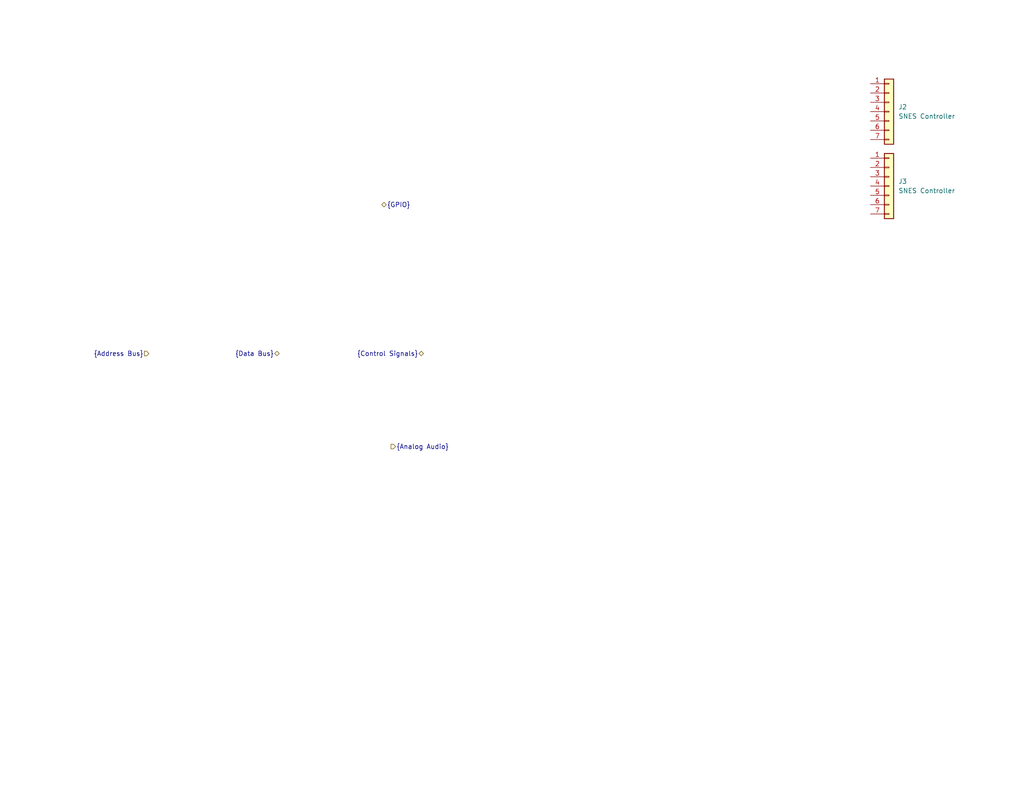
<source format=kicad_sch>
(kicad_sch (version 20230121) (generator eeschema)
  (paper "USLetter")
  (title_block (title "Sentinel 65X") (rev "0") (company "Stuidio 8502"))
  (lib_symbols
    (symbol "Connector_Generic:Conn_01x07" (pin_names (offset 1.016) hide)
      (property "Reference" "J" (at 0 10.16 0))
      (property "Value" "Conn_01x07" (at 0 -10.16 0))
      (symbol "Conn_01x07_1_1"
        (rectangle (start -1.27 -7.493) (end 0 -7.747) (stroke (width 0.1524)))
        (rectangle (start -1.27 -4.953) (end 0 -5.207) (stroke (width 0.1524)))
        (rectangle (start -1.27 -2.413) (end 0 -2.667) (stroke (width 0.1524)))
        (rectangle (start -1.27 0.127) (end 0 -0.127) (stroke (width 0.1524)))
        (rectangle (start -1.27 2.667) (end 0 2.413) (stroke (width 0.1524)))
        (rectangle (start -1.27 5.207) (end 0 4.953) (stroke (width 0.1524)))
        (rectangle (start -1.27 7.747) (end 0 7.493) (stroke (width 0.1524)))
        (rectangle (start -1.27 8.89) (end 1.27 -8.89) (stroke (width 0.254)) (fill (type background)))
        (pin passive line (at -5.08 7.62 0) (length 3.81) (name "Pin_1") (number "1"))
        (pin passive line (at -5.08 5.08 0) (length 3.81) (name "Pin_2") (number "2"))
        (pin passive line (at -5.08 2.54 0) (length 3.81) (name "Pin_3") (number "3"))
        (pin passive line (at -5.08 0 0) (length 3.81) (name "Pin_4") (number "4"))
        (pin passive line (at -5.08 -2.54 0) (length 3.81) (name "Pin_5") (number "5"))
        (pin passive line (at -5.08 -5.08 0) (length 3.81) (name "Pin_6") (number "6"))
        (pin passive line (at -5.08 -7.62 0) (length 3.81) (name "Pin_7") (number "7"))
      )
    )
  )
  (hierarchical_label "{Control Signals}" (shape bidirectional) (at 115.57 96.52 180))
  (hierarchical_label "{Analog Audio}" (shape output) (at 106.68 121.92 0))
  (hierarchical_label "{Address Bus}" (shape input) (at 40.64 96.52 180))
  (hierarchical_label "{Data Bus}" (shape bidirectional) (at 76.2 96.52 180))
  (hierarchical_label "{GPIO}" (shape bidirectional) (at 104.14 55.88 0))
  (symbol (lib_id "Connector_Generic:Conn_01x07") (at 242.57 50.8 0) (unit 1)
    (property "Reference" "J3" (at 245.11 49.5299 0) (effects (justify left)))
    (property "Value" "SNES Controller" (at 245.11 52.0699 0) (effects (justify left)))
  )
  (symbol (lib_id "Connector_Generic:Conn_01x07") (at 242.57 30.48 0) (unit 1)
    (property "Reference" "J2" (at 245.11 29.2099 0) (effects (justify left)))
    (property "Value" "SNES Controller" (at 245.11 31.7499 0) (effects (justify left)))
  )
)
</source>
